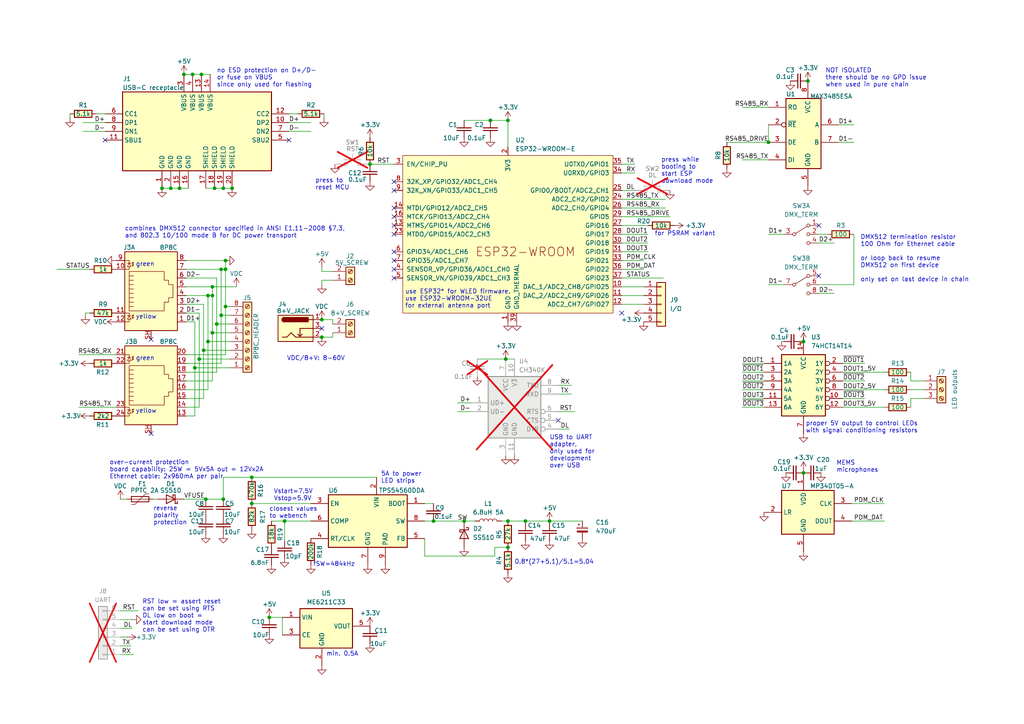
<source format=kicad_sch>
(kicad_sch (version 20230121) (generator eeschema)

  (uuid 43fc3289-82a7-492c-a423-3030e10115dc)

  (paper "A4")

  (title_block
    (title "WLED chain")
    (date "$date$")
    (rev "$version$.$revision$")
    (company "CuVoodoo")
    (comment 1 "King Kévin")
    (comment 2 "CERN-OHL-S")
  )

  

  (junction (at 134.62 151.13) (diameter 0) (color 0 0 0 0)
    (uuid 0376011b-d212-4dce-be3e-dda3b664a3a5)
  )
  (junction (at 64.135 78.105) (diameter 0) (color 0 0 0 0)
    (uuid 0860b75b-5101-41b5-9298-95b613d86a3c)
  )
  (junction (at 73.025 146.05) (diameter 0) (color 0 0 0 0)
    (uuid 11077668-1ffc-4613-9737-aed56caad1eb)
  )
  (junction (at 59.055 101.6) (diameter 0) (color 0 0 0 0)
    (uuid 1b625c1a-00b0-460c-8a9a-7e9640c55555)
  )
  (junction (at 64.77 144.78) (diameter 0) (color 0 0 0 0)
    (uuid 1d95dcc9-fffc-4617-9d7a-98cfb4530ce5)
  )
  (junction (at 61.595 96.52) (diameter 0) (color 0 0 0 0)
    (uuid 28856ea2-76b6-4c83-974d-9814f01a9c32)
  )
  (junction (at 65.405 78.105) (diameter 0) (color 0 0 0 0)
    (uuid 2fc417f3-f53d-4a46-a264-bbedef3e3051)
  )
  (junction (at 61.595 83.185) (diameter 0) (color 0 0 0 0)
    (uuid 33290555-9231-438d-b9a1-481bfb333c4d)
  )
  (junction (at 159.385 151.13) (diameter 0) (color 0 0 0 0)
    (uuid 3524e0a0-2ca0-42ae-8333-55ab968e8e35)
  )
  (junction (at 78.105 179.07) (diameter 0) (color 0 0 0 0)
    (uuid 37bb24eb-150c-4513-af9c-87402a9ed892)
  )
  (junction (at 93.345 97.79) (diameter 0) (color 0 0 0 0)
    (uuid 39128519-bcd5-4e8b-a2c0-9cbb6e4ea4e7)
  )
  (junction (at 64.77 54.61) (diameter 0) (color 0 0 0 0)
    (uuid 394c8da9-03ae-417e-8211-41b0a315cc1c)
  )
  (junction (at 60.325 99.06) (diameter 0) (color 0 0 0 0)
    (uuid 3dd5f921-7604-42ba-ab32-725eaab3b8f0)
  )
  (junction (at 82.55 151.13) (diameter 0) (color 0 0 0 0)
    (uuid 3fbe8df4-4801-46d8-89da-c5b01bee7132)
  )
  (junction (at 58.42 21.59) (diameter 0) (color 0 0 0 0)
    (uuid 45b38e5d-ea51-4da7-89d0-ce1d0cfb7c46)
  )
  (junction (at 107.315 47.625) (diameter 0) (color 0 0 0 0)
    (uuid 46f928bd-b03a-4ba5-abca-9089efa93c80)
  )
  (junction (at 147.32 151.13) (diameter 0) (color 0 0 0 0)
    (uuid 4dc4c252-486c-4e6a-8768-0c2502395284)
  )
  (junction (at 55.88 21.59) (diameter 0) (color 0 0 0 0)
    (uuid 59f75d61-91a2-4d50-b824-f68aa2d96411)
  )
  (junction (at 49.53 54.61) (diameter 0) (color 0 0 0 0)
    (uuid 5e3c2358-7099-4ec9-a624-c9b03f437b85)
  )
  (junction (at 46.99 54.61) (diameter 0) (color 0 0 0 0)
    (uuid 65c41ebc-b40a-475f-a58b-f6e262a47490)
  )
  (junction (at 62.865 93.98) (diameter 0) (color 0 0 0 0)
    (uuid 68506e7d-f617-45a3-9451-93eef3aee881)
  )
  (junction (at 64.135 91.44) (diameter 0) (color 0 0 0 0)
    (uuid 686a31f0-4beb-4f0d-9776-eba2c4df8328)
  )
  (junction (at 146.685 104.14) (diameter 0) (color 0 0 0 0)
    (uuid 6a0ae66b-036d-4179-bb7d-73df23d99c59)
  )
  (junction (at 147.32 34.925) (diameter 0) (color 0 0 0 0)
    (uuid 70f03620-ea35-454a-bb86-9737ad52b427)
  )
  (junction (at 60.325 85.725) (diameter 0) (color 0 0 0 0)
    (uuid 714490d5-85c4-4f07-a7be-688f25e46ac9)
  )
  (junction (at 233.045 99.06) (diameter 0) (color 0 0 0 0)
    (uuid 71ae1d70-81e9-4228-a63f-246d56e14a62)
  )
  (junction (at 57.785 104.14) (diameter 0) (color 0 0 0 0)
    (uuid 8987a159-379e-4620-ba93-5812b2e7a6a0)
  )
  (junction (at 52.07 54.61) (diameter 0) (color 0 0 0 0)
    (uuid 8e2e9e8a-4105-483d-bc2d-1637bf0c04e9)
  )
  (junction (at 152.4 151.13) (diameter 0) (color 0 0 0 0)
    (uuid 8e6e2735-05e9-4a98-b47c-e48e5c46dd26)
  )
  (junction (at 62.23 54.61) (diameter 0) (color 0 0 0 0)
    (uuid 9149bc4f-9668-4740-a628-1ad0c560d705)
  )
  (junction (at 61.595 85.725) (diameter 0) (color 0 0 0 0)
    (uuid aac41452-e49a-4e42-9dcc-9239d8beff90)
  )
  (junction (at 147.32 158.75) (diameter 0) (color 0 0 0 0)
    (uuid b31b741c-b16b-4627-8d55-86dcf1239e67)
  )
  (junction (at 65.405 75.565) (diameter 0) (color 0 0 0 0)
    (uuid b8ac47b5-0a23-4990-b58a-a33e5adca940)
  )
  (junction (at 73.025 138.43) (diameter 0) (color 0 0 0 0)
    (uuid bded8e2d-0313-4604-a8f8-cd6af6a42277)
  )
  (junction (at 65.405 88.9) (diameter 0) (color 0 0 0 0)
    (uuid c17bc07f-c76a-45bc-9f5f-5c79bbf188bb)
  )
  (junction (at 67.31 54.61) (diameter 0) (color 0 0 0 0)
    (uuid c1bdabec-470a-4ca4-8830-5eaf036db204)
  )
  (junction (at 59.69 144.78) (diameter 0) (color 0 0 0 0)
    (uuid c84a6065-ab74-4479-9e65-e6d2ad8c0ca7)
  )
  (junction (at 142.24 34.925) (diameter 0) (color 0 0 0 0)
    (uuid c92d028f-20d7-43dd-953a-5e0fbaa5a597)
  )
  (junction (at 125.73 151.13) (diameter 0) (color 0 0 0 0)
    (uuid ca44b4ac-9d50-40db-9280-f5730019d1f1)
  )
  (junction (at 233.045 137.16) (diameter 0) (color 0 0 0 0)
    (uuid d96119e9-eafd-4a74-9b0f-2b4d2ba74bba)
  )
  (junction (at 56.515 106.68) (diameter 0) (color 0 0 0 0)
    (uuid debbfe59-8fed-4aed-8934-12e7f8f22281)
  )
  (junction (at 93.345 92.71) (diameter 0) (color 0 0 0 0)
    (uuid f15d591c-866f-42c0-abca-13f6864a5926)
  )
  (junction (at 234.315 23.495) (diameter 0) (color 0 0 0 0)
    (uuid f512bd62-5993-4cb1-b097-52b8530adb06)
  )
  (junction (at 222.885 41.275) (diameter 0) (color 0 0 0 0)
    (uuid f5f3e790-f67d-45bb-bcec-c70b1d8e2749)
  )
  (junction (at 53.34 21.59) (diameter 0) (color 0 0 0 0)
    (uuid ffb349d3-053e-4267-9f09-876877b313d3)
  )

  (no_connect (at 237.49 65.405) (uuid 0e0afa67-b7a8-47fa-8a56-83b025b67e6c))
  (no_connect (at 83.82 40.64) (uuid 1acded62-270d-4861-8204-7ea40207109d))
  (no_connect (at 114.3 75.565) (uuid 35d50e0d-5cc0-4a8a-aa9d-db2d58ee276b))
  (no_connect (at 114.3 67.945) (uuid 5437ebd6-3f5f-474c-8337-b5d607caa556))
  (no_connect (at 114.3 55.245) (uuid 54d29d29-cdd6-4825-b00c-d09e75ce0af7))
  (no_connect (at 161.925 121.92) (uuid 586892b8-1964-4946-b940-85d5b7c80db4))
  (no_connect (at 114.3 62.865) (uuid 5b8615f1-0196-4e49-b1e8-e31de4ff6fdb))
  (no_connect (at 43.815 98.425) (uuid 660536bc-1378-4a67-b639-1acb0dea0aec))
  (no_connect (at 237.49 80.01) (uuid 6a8b4a8d-c63e-4bf8-b2b9-6f650b3f4709))
  (no_connect (at 180.34 90.805) (uuid 751cb647-2f6e-4348-9ca7-3eaf9735f0da))
  (no_connect (at 114.3 60.325) (uuid 8093e59a-4487-4f11-a142-c56b094e25cd))
  (no_connect (at 114.3 78.105) (uuid 851609c9-fd3b-447d-9acf-8766b634e949))
  (no_connect (at 114.3 52.705) (uuid 8f805e52-2a3e-4102-b083-afbe30af71e6))
  (no_connect (at 93.345 95.25) (uuid b3f58264-5ea5-4fd1-85ea-04d4ec2b111f))
  (no_connect (at 30.48 40.64) (uuid c07631ca-81b1-418b-bf83-7375c5586f75))
  (no_connect (at 114.3 65.405) (uuid cd6321f4-18dc-447e-a540-b21d9600fd14))
  (no_connect (at 114.3 80.645) (uuid ddcfe5c5-8f89-438b-ab8f-f0bbe4a79442))
  (no_connect (at 43.815 125.73) (uuid f14fde20-ed3f-42a0-a689-09b5c9b8cd21))
  (no_connect (at 114.3 73.025) (uuid f296eba0-e3f9-49f1-a710-3a9696ef41ab))

  (wire (pts (xy 56.515 93.345) (xy 56.515 106.68))
    (stroke (width 0) (type default))
    (uuid 002103b4-45e0-435a-918d-3119a7a79a25)
  )
  (wire (pts (xy 232.41 99.06) (xy 233.045 99.06))
    (stroke (width 0) (type default))
    (uuid 03250f7b-d3df-4f04-bfcb-18db6a3342a4)
  )
  (wire (pts (xy 161.925 119.38) (xy 166.751 119.38))
    (stroke (width 0) (type default))
    (uuid 03a396ec-1271-43fe-8e7d-523ca992ee52)
  )
  (wire (pts (xy 59.69 144.78) (xy 64.77 144.78))
    (stroke (width 0) (type default))
    (uuid 04f0039d-c438-4d4e-90b2-0bed47573021)
  )
  (wire (pts (xy 53.975 90.805) (xy 57.785 90.805))
    (stroke (width 0) (type default))
    (uuid 051475e1-6374-4e5f-a5e7-e67793c0bf67)
  )
  (wire (pts (xy 267.97 110.49) (xy 264.16 110.49))
    (stroke (width 0) (type default))
    (uuid 056aafd1-8cc7-4e6d-b336-78a6c0b6238e)
  )
  (wire (pts (xy 78.74 151.13) (xy 82.55 151.13))
    (stroke (width 0) (type default))
    (uuid 058ec47f-5c32-475c-be0f-80f32987f9ec)
  )
  (wire (pts (xy 65.405 102.87) (xy 65.405 88.9))
    (stroke (width 0) (type default))
    (uuid 069563a9-489f-4e92-a63d-26f5af390399)
  )
  (wire (pts (xy 83.82 38.1) (xy 90.17 38.1))
    (stroke (width 0) (type default))
    (uuid 06d459ca-2688-4727-bc53-b2fcc534f578)
  )
  (wire (pts (xy 134.62 34.925) (xy 142.24 34.925))
    (stroke (width 0) (type default))
    (uuid 0a4bfdc7-74ee-4475-9c38-2d85b7d63074)
  )
  (wire (pts (xy 93.345 81.28) (xy 93.345 82.55))
    (stroke (width 0) (type default))
    (uuid 0aa45d3c-f8a0-4ef3-b243-55e5a85842ab)
  )
  (wire (pts (xy 107.315 47.625) (xy 114.3 47.625))
    (stroke (width 0) (type default))
    (uuid 0ca8c487-9605-492e-bd76-cbf352989329)
  )
  (wire (pts (xy 187.96 65.405) (xy 180.34 65.405))
    (stroke (width 0) (type default))
    (uuid 0d14b58c-58e0-4ad8-ada6-3407bec67112)
  )
  (wire (pts (xy 125.73 146.05) (xy 123.19 146.05))
    (stroke (width 0) (type default))
    (uuid 0f039cae-d7ca-4da0-a9b7-2659bed766ad)
  )
  (wire (pts (xy 237.49 70.485) (xy 241.935 70.485))
    (stroke (width 0) (type default))
    (uuid 0fddeae9-9bdc-42db-80e6-713f032ce773)
  )
  (wire (pts (xy 53.975 93.345) (xy 56.515 93.345))
    (stroke (width 0) (type default))
    (uuid 1106b029-aa8f-4f9f-b4f9-9ac282db1e9f)
  )
  (wire (pts (xy 55.88 21.59) (xy 58.42 21.59))
    (stroke (width 0) (type default))
    (uuid 1389b3af-a0bc-4907-85cd-d8b673ead4ba)
  )
  (wire (pts (xy 22.86 102.87) (xy 33.655 102.87))
    (stroke (width 0) (type default))
    (uuid 141a8965-de4e-446c-806a-01890522f9e8)
  )
  (wire (pts (xy 73.025 146.05) (xy 90.17 146.05))
    (stroke (width 0) (type default))
    (uuid 146f46aa-235f-4edd-b4a8-d9f5c31c0068)
  )
  (wire (pts (xy 61.595 83.185) (xy 61.595 85.725))
    (stroke (width 0) (type default))
    (uuid 169ebfc5-7c37-44f8-85a1-1063c99d73a8)
  )
  (wire (pts (xy 64.77 138.43) (xy 73.025 138.43))
    (stroke (width 0) (type default))
    (uuid 1aa19f33-12f7-4465-b60f-ac27c414b105)
  )
  (wire (pts (xy 49.53 54.61) (xy 52.07 54.61))
    (stroke (width 0) (type default))
    (uuid 1be3e205-6ef8-4884-9040-209572bccb0d)
  )
  (wire (pts (xy 264.16 110.49) (xy 264.16 107.95))
    (stroke (width 0) (type default))
    (uuid 1c062aed-3dd5-4ca2-9173-d0644c63b66f)
  )
  (wire (pts (xy 78.105 179.07) (xy 81.915 179.07))
    (stroke (width 0) (type default))
    (uuid 2052c508-ed36-48a5-a43f-ebd584e3414f)
  )
  (wire (pts (xy 59.055 88.265) (xy 59.055 101.6))
    (stroke (width 0) (type default))
    (uuid 206774a6-322d-468d-9e13-5fe50597a2d4)
  )
  (wire (pts (xy 64.77 138.43) (xy 64.77 144.78))
    (stroke (width 0) (type default))
    (uuid 21eaa847-5b15-4550-83c7-a254c9e2275f)
  )
  (wire (pts (xy 145.415 151.13) (xy 147.32 151.13))
    (stroke (width 0) (type default))
    (uuid 2295f412-d8c2-4b47-8a34-e8635c82840b)
  )
  (wire (pts (xy 93.98 34.29) (xy 93.98 33.02))
    (stroke (width 0) (type default))
    (uuid 2364c9de-33c6-4aea-b9c2-3060fff80519)
  )
  (wire (pts (xy 180.34 73.025) (xy 187.96 73.025))
    (stroke (width 0) (type default))
    (uuid 24a5ad9c-76a4-4399-82c5-42f2acea9f4c)
  )
  (wire (pts (xy 56.515 106.68) (xy 66.675 106.68))
    (stroke (width 0) (type default))
    (uuid 24b8433c-8bb8-4488-a673-cdec42b49fec)
  )
  (wire (pts (xy 53.975 75.565) (xy 65.405 75.565))
    (stroke (width 0) (type default))
    (uuid 264056f6-e207-439d-839c-62522a6e45de)
  )
  (wire (pts (xy 180.34 47.625) (xy 184.15 47.625))
    (stroke (width 0) (type default))
    (uuid 264436f4-1e26-4dcb-9a58-311613425f2e)
  )
  (wire (pts (xy 24.13 38.1) (xy 30.48 38.1))
    (stroke (width 0) (type default))
    (uuid 27a581f5-f8c8-4253-bcf5-721842294efa)
  )
  (wire (pts (xy 264.16 115.57) (xy 264.16 118.11))
    (stroke (width 0) (type default))
    (uuid 2946f352-498d-4c8b-9703-ea14701d205c)
  )
  (wire (pts (xy 267.97 115.57) (xy 264.16 115.57))
    (stroke (width 0) (type default))
    (uuid 2b9c740d-8eee-4fc2-ad54-175f4945380e)
  )
  (wire (pts (xy 82.55 151.13) (xy 82.55 156.845))
    (stroke (width 0) (type default))
    (uuid 2bfd842f-f98e-4316-abda-b554d2d5025a)
  )
  (wire (pts (xy 215.265 110.49) (xy 221.615 110.49))
    (stroke (width 0) (type default))
    (uuid 2d907792-bf9e-44f2-a125-046ebbe8c44b)
  )
  (wire (pts (xy 215.265 105.41) (xy 221.615 105.41))
    (stroke (width 0) (type default))
    (uuid 2f5f369a-83f0-4784-bb4f-d1edee6a3aa3)
  )
  (wire (pts (xy 215.265 118.11) (xy 221.615 118.11))
    (stroke (width 0) (type default))
    (uuid 2fb9f947-80ca-44af-98a2-57443c12f43a)
  )
  (wire (pts (xy 65.405 75.565) (xy 65.405 78.105))
    (stroke (width 0) (type default))
    (uuid 3280bf03-485f-4b0d-9031-5a3ae10f4e56)
  )
  (wire (pts (xy 62.865 93.98) (xy 62.865 80.645))
    (stroke (width 0) (type default))
    (uuid 32c92d08-2c41-48cf-9c2f-45f06fde6248)
  )
  (wire (pts (xy 146.685 104.14) (xy 149.225 104.14))
    (stroke (width 0) (type default))
    (uuid 3351d5b6-4fd2-4dbc-9de7-044b7b659184)
  )
  (wire (pts (xy 93.345 92.71) (xy 96.52 92.71))
    (stroke (width 0) (type default))
    (uuid 35292ac4-78f1-45b2-9559-23c79e2be1b7)
  )
  (wire (pts (xy 222.885 82.55) (xy 227.33 82.55))
    (stroke (width 0) (type default))
    (uuid 375199b6-15f2-43a5-ae25-cd1f89612d47)
  )
  (wire (pts (xy 82.55 151.13) (xy 90.17 151.13))
    (stroke (width 0) (type default))
    (uuid 389a8805-69a7-4cef-ab0a-0c3f708132d6)
  )
  (wire (pts (xy 24.13 35.56) (xy 30.48 35.56))
    (stroke (width 0) (type default))
    (uuid 39999240-8225-4836-8d58-682d3289b23c)
  )
  (wire (pts (xy 61.595 85.725) (xy 61.595 96.52))
    (stroke (width 0) (type default))
    (uuid 3a2e3593-5e9e-4927-9b4d-3578f4e63afc)
  )
  (wire (pts (xy 180.34 62.865) (xy 194.31 62.865))
    (stroke (width 0) (type default))
    (uuid 3a9edd75-658e-449b-8d99-18d00ac2e59f)
  )
  (wire (pts (xy 62.865 107.95) (xy 62.865 93.98))
    (stroke (width 0) (type default))
    (uuid 3ab6de33-0650-4eb0-89a3-91e826ed1ea7)
  )
  (wire (pts (xy 210.82 41.275) (xy 222.885 41.275))
    (stroke (width 0) (type default))
    (uuid 3c409d47-c126-498a-ab4a-2fdf02e1bee5)
  )
  (wire (pts (xy 215.265 113.03) (xy 221.615 113.03))
    (stroke (width 0) (type default))
    (uuid 3ce880f9-00f8-4296-8bc0-d4482687aba1)
  )
  (wire (pts (xy 152.4 151.13) (xy 159.385 151.13))
    (stroke (width 0) (type default))
    (uuid 3ddd872b-f582-451e-86b3-d2b744358e37)
  )
  (wire (pts (xy 180.34 75.565) (xy 186.69 75.565))
    (stroke (width 0) (type default))
    (uuid 3e342beb-db56-47f1-98ea-38eca78af45f)
  )
  (wire (pts (xy 34.925 187.325) (xy 37.973 187.325))
    (stroke (width 0) (type default))
    (uuid 3e443ae8-97a0-4936-b5e3-ac537f528c74)
  )
  (wire (pts (xy 247.65 82.55) (xy 247.65 67.945))
    (stroke (width 0) (type default))
    (uuid 3f632224-ed2d-4c79-a82e-147d3d8fb207)
  )
  (wire (pts (xy 53.975 102.87) (xy 65.405 102.87))
    (stroke (width 0) (type default))
    (uuid 4014d0b7-af7d-4012-b607-98817d0d682d)
  )
  (wire (pts (xy 53.975 78.105) (xy 64.135 78.105))
    (stroke (width 0) (type default))
    (uuid 41a4076a-3d4c-4bc4-85b6-06ff782c180c)
  )
  (wire (pts (xy 125.73 151.13) (xy 134.62 151.13))
    (stroke (width 0) (type default))
    (uuid 479a46b4-e19a-43b8-b221-07a863ed9055)
  )
  (wire (pts (xy 180.34 80.645) (xy 192.405 80.645))
    (stroke (width 0) (type default))
    (uuid 49a99168-e4f3-4dc0-b4c0-e63cd97919c3)
  )
  (wire (pts (xy 46.99 54.61) (xy 49.53 54.61))
    (stroke (width 0) (type default))
    (uuid 4b7493dc-6b85-4175-8b4a-0c3dc6b4c6eb)
  )
  (wire (pts (xy 147.32 34.925) (xy 142.24 34.925))
    (stroke (width 0) (type default))
    (uuid 4ba9e286-0676-448c-9043-8acf79655b8d)
  )
  (wire (pts (xy 96.52 92.71) (xy 96.52 93.98))
    (stroke (width 0) (type default))
    (uuid 4e7f7c93-22af-412d-9661-9730b5716491)
  )
  (wire (pts (xy 20.32 34.29) (xy 20.32 33.02))
    (stroke (width 0) (type default))
    (uuid 500662d0-339c-49fa-9abd-3a5f9ea28a15)
  )
  (wire (pts (xy 24.765 91.44) (xy 24.765 90.805))
    (stroke (width 0) (type default))
    (uuid 52bf3385-9551-437c-910e-91e96cca09e0)
  )
  (wire (pts (xy 34.925 144.78) (xy 36.83 144.78))
    (stroke (width 0) (type default))
    (uuid 53a96e04-c5b0-40ac-914a-5336160ffb3c)
  )
  (wire (pts (xy 237.49 82.55) (xy 247.65 82.55))
    (stroke (width 0) (type default))
    (uuid 55b6d5a0-598b-4ad4-9f3a-ea24ac7e6813)
  )
  (wire (pts (xy 180.34 70.485) (xy 187.96 70.485))
    (stroke (width 0) (type default))
    (uuid 55c8b240-695c-472a-be43-29ce58c9f24d)
  )
  (wire (pts (xy 243.205 41.275) (xy 247.65 41.275))
    (stroke (width 0) (type default))
    (uuid 57acfc4b-8718-434e-b67b-93efa6b031a4)
  )
  (wire (pts (xy 59.055 101.6) (xy 66.675 101.6))
    (stroke (width 0) (type default))
    (uuid 5c8736bf-0245-4247-b68b-2f652cde3952)
  )
  (wire (pts (xy 93.345 77.47) (xy 93.345 78.74))
    (stroke (width 0) (type default))
    (uuid 5c88ebb5-ff9d-4f9d-9866-5d90d91463db)
  )
  (wire (pts (xy 73.025 138.43) (xy 109.22 138.43))
    (stroke (width 0) (type default))
    (uuid 5f13737b-2fbb-4d95-8837-d4ed5d488d95)
  )
  (wire (pts (xy 56.515 106.68) (xy 56.515 120.65))
    (stroke (width 0) (type default))
    (uuid 5ff32328-2565-47a7-b27b-832c60393611)
  )
  (wire (pts (xy 52.07 54.61) (xy 54.61 54.61))
    (stroke (width 0) (type default))
    (uuid 60ad992d-2651-4c38-ae63-1a5324bdde8c)
  )
  (wire (pts (xy 215.265 31.115) (xy 222.885 31.115))
    (stroke (width 0) (type default))
    (uuid 62274011-e16b-47fc-bbcd-7806b50ea2cc)
  )
  (wire (pts (xy 64.135 78.105) (xy 64.135 91.44))
    (stroke (width 0) (type default))
    (uuid 62d76d46-4815-4883-8110-7facd7f1bdbf)
  )
  (wire (pts (xy 53.975 105.41) (xy 64.135 105.41))
    (stroke (width 0) (type default))
    (uuid 63b0b69c-077a-4647-acdc-55f1c61fbd18)
  )
  (wire (pts (xy 138.43 104.14) (xy 146.685 104.14))
    (stroke (width 0) (type default))
    (uuid 65acc875-d440-46d2-9d5b-409d219b30f8)
  )
  (wire (pts (xy 53.975 88.265) (xy 59.055 88.265))
    (stroke (width 0) (type default))
    (uuid 66687a8a-c10f-4f50-b5a8-45c615246613)
  )
  (wire (pts (xy 180.34 85.725) (xy 186.69 85.725))
    (stroke (width 0) (type default))
    (uuid 6840e0a3-3e50-477a-9ea1-9e5abad84f7d)
  )
  (wire (pts (xy 243.205 36.195) (xy 247.65 36.195))
    (stroke (width 0) (type default))
    (uuid 69ac1103-811a-4af1-b0f7-a818e68e3b67)
  )
  (wire (pts (xy 60.325 85.725) (xy 61.595 85.725))
    (stroke (width 0) (type default))
    (uuid 6a32a3a8-bbc7-4193-9d62-ce5542fa261e)
  )
  (wire (pts (xy 53.975 80.645) (xy 62.865 80.645))
    (stroke (width 0) (type default))
    (uuid 6b573eca-3af9-448c-a986-1e89e8027b05)
  )
  (wire (pts (xy 16.51 78.105) (xy 26.035 78.105))
    (stroke (width 0) (type default))
    (uuid 6b5e98de-2b07-4249-be2f-fbc4a9b38cc0)
  )
  (wire (pts (xy 215.265 107.95) (xy 221.615 107.95))
    (stroke (width 0) (type default))
    (uuid 6bb0355a-7194-42cd-8743-5d1fd046c0d7)
  )
  (wire (pts (xy 143.51 161.29) (xy 143.51 158.75))
    (stroke (width 0) (type default))
    (uuid 6c406785-9b63-437b-85bd-6fd830ddf7f5)
  )
  (wire (pts (xy 64.135 91.44) (xy 66.675 91.44))
    (stroke (width 0) (type default))
    (uuid 6dc0ee6a-6108-48cc-bca9-ac515f20c60b)
  )
  (wire (pts (xy 58.42 21.59) (xy 60.96 21.59))
    (stroke (width 0) (type default))
    (uuid 6e4cd71a-4708-42ee-a04c-7df540b347fb)
  )
  (wire (pts (xy 159.385 151.765) (xy 159.385 151.13))
    (stroke (width 0) (type default))
    (uuid 71aec16c-adaa-4370-b1c0-49b469dd48ab)
  )
  (wire (pts (xy 161.925 114.3) (xy 165.735 114.3))
    (stroke (width 0) (type default))
    (uuid 71f09b2f-38f1-45c9-980c-d82ff64472c5)
  )
  (wire (pts (xy 53.975 107.95) (xy 62.865 107.95))
    (stroke (width 0) (type default))
    (uuid 723caeb2-2b5a-4ef0-aa75-7464424147c7)
  )
  (wire (pts (xy 161.925 124.46) (xy 165.1 124.46))
    (stroke (width 0) (type default))
    (uuid 75773629-74e5-422e-8b29-28e9cc866bf6)
  )
  (wire (pts (xy 244.475 110.49) (xy 250.825 110.49))
    (stroke (width 0) (type default))
    (uuid 772c6b3a-2bcf-4fba-acfa-100a667be38c)
  )
  (wire (pts (xy 24.765 90.805) (xy 26.035 90.805))
    (stroke (width 0) (type default))
    (uuid 7798f4b7-9628-48d6-abb6-8b454010e614)
  )
  (wire (pts (xy 57.785 104.14) (xy 57.785 118.11))
    (stroke (width 0) (type default))
    (uuid 78aa215d-a29a-463a-803f-e77a9e547a24)
  )
  (wire (pts (xy 64.135 91.44) (xy 64.135 105.41))
    (stroke (width 0) (type default))
    (uuid 78c656b9-77dc-4e7b-9870-f038f2bb569a)
  )
  (wire (pts (xy 244.475 105.41) (xy 250.825 105.41))
    (stroke (width 0) (type default))
    (uuid 79c2274e-d4ca-46d6-b6da-ffa5ad467205)
  )
  (wire (pts (xy 34.925 177.165) (xy 40.005 177.165))
    (stroke (width 0) (type default))
    (uuid 7a6c0389-b301-4bb8-9525-50285b17e36e)
  )
  (wire (pts (xy 237.49 67.945) (xy 240.03 67.945))
    (stroke (width 0) (type default))
    (uuid 7ac4a357-a579-49a1-ad40-84ae0573c544)
  )
  (wire (pts (xy 56.515 120.65) (xy 53.975 120.65))
    (stroke (width 0) (type default))
    (uuid 7b8845d7-6458-4741-910e-c16c58aa85c7)
  )
  (wire (pts (xy 57.785 104.14) (xy 66.675 104.14))
    (stroke (width 0) (type default))
    (uuid 7c592e1a-879d-4b57-b616-84b66b49d86f)
  )
  (wire (pts (xy 86.36 33.02) (xy 83.82 33.02))
    (stroke (width 0) (type default))
    (uuid 7cdb0db8-27e6-43e2-bead-87596d3242ef)
  )
  (wire (pts (xy 68.58 83.185) (xy 61.595 83.185))
    (stroke (width 0) (type default))
    (uuid 7d4f7c94-8577-4ef8-a3b9-33323c498538)
  )
  (wire (pts (xy 123.19 161.29) (xy 123.19 156.21))
    (stroke (width 0) (type default))
    (uuid 7e8e620e-2d5e-4557-bd6e-13b9e8080594)
  )
  (wire (pts (xy 65.405 78.105) (xy 65.405 88.9))
    (stroke (width 0) (type default))
    (uuid 8015a6c0-dc52-4fab-8b6f-475bd5270b47)
  )
  (wire (pts (xy 36.83 184.785) (xy 34.925 184.785))
    (stroke (width 0) (type default))
    (uuid 80390fac-b280-4f86-b93b-65a34941c052)
  )
  (wire (pts (xy 143.51 158.75) (xy 147.32 158.75))
    (stroke (width 0) (type default))
    (uuid 812e19d8-ee40-4f42-8300-44d35f85ec5d)
  )
  (wire (pts (xy 65.405 78.105) (xy 64.135 78.105))
    (stroke (width 0) (type default))
    (uuid 81469471-2566-4669-80f2-4eba7afe8848)
  )
  (wire (pts (xy 61.595 96.52) (xy 66.675 96.52))
    (stroke (width 0) (type default))
    (uuid 82a7c5c7-58cb-4919-ab90-6a10ece93f5d)
  )
  (wire (pts (xy 132.715 116.84) (xy 136.525 116.84))
    (stroke (width 0) (type default))
    (uuid 834cdd19-7114-400f-a4bf-59ca818ac44c)
  )
  (wire (pts (xy 222.885 36.195) (xy 222.885 41.275))
    (stroke (width 0) (type default))
    (uuid 85e9ff9e-4f11-4590-9588-b76216258343)
  )
  (wire (pts (xy 53.975 115.57) (xy 59.055 115.57))
    (stroke (width 0) (type default))
    (uuid 89e74306-8933-4dc5-84b3-b39acdb8b963)
  )
  (wire (pts (xy 53.975 113.03) (xy 60.325 113.03))
    (stroke (width 0) (type default))
    (uuid 8cad4d8d-13e5-40e1-a328-4faff9d7e6a6)
  )
  (wire (pts (xy 180.34 67.945) (xy 187.96 67.945))
    (stroke (width 0) (type default))
    (uuid 8d2230fe-1ee0-47f1-b3bc-1f957ce36b43)
  )
  (wire (pts (xy 237.49 85.09) (xy 241.935 85.09))
    (stroke (width 0) (type default))
    (uuid 8d644996-2e88-4f52-9063-45117b9b9f09)
  )
  (wire (pts (xy 22.86 118.11) (xy 33.655 118.11))
    (stroke (width 0) (type default))
    (uuid 8e9e034c-d062-4f00-a2e6-5f9c1668333d)
  )
  (wire (pts (xy 132.715 119.38) (xy 136.525 119.38))
    (stroke (width 0) (type default))
    (uuid 95223a47-ee5d-41d6-b2aa-be3b69dd907d)
  )
  (wire (pts (xy 93.345 78.74) (xy 96.52 78.74))
    (stroke (width 0) (type default))
    (uuid 9954edb6-6549-4d10-b272-4891e4764b25)
  )
  (wire (pts (xy 180.34 83.185) (xy 186.69 83.185))
    (stroke (width 0) (type default))
    (uuid 9a023505-784e-4bee-ab8e-2a09fc9eeeeb)
  )
  (wire (pts (xy 64.77 54.61) (xy 67.31 54.61))
    (stroke (width 0) (type default))
    (uuid 9c04d96d-fbf1-4691-9914-0d950061fa87)
  )
  (wire (pts (xy 96.52 97.79) (xy 96.52 96.52))
    (stroke (width 0) (type default))
    (uuid 9c751963-07e4-45fc-9e9e-45164e7ba81e)
  )
  (wire (pts (xy 233.045 136.525) (xy 233.045 137.16))
    (stroke (width 0) (type default))
    (uuid 9d03ee9c-da0b-4f4d-8fba-492c23a28dfc)
  )
  (wire (pts (xy 180.34 88.265) (xy 186.69 88.265))
    (stroke (width 0) (type default))
    (uuid a014eaaa-ce3f-4f86-bdb7-f782202dfee3)
  )
  (wire (pts (xy 244.475 113.03) (xy 256.54 113.03))
    (stroke (width 0) (type default))
    (uuid a284495a-da75-448d-a17b-7aef087c2864)
  )
  (wire (pts (xy 81.915 184.15) (xy 81.915 179.07))
    (stroke (width 0) (type default))
    (uuid a2b1a2fc-539a-4734-a0e8-951eb52b62f1)
  )
  (wire (pts (xy 62.23 54.61) (xy 64.77 54.61))
    (stroke (width 0) (type default))
    (uuid a5e686d8-e679-4a01-9852-de961118878f)
  )
  (wire (pts (xy 59.055 101.6) (xy 59.055 115.57))
    (stroke (width 0) (type default))
    (uuid a6a22ef5-c887-49d8-95ea-ec22459a47ee)
  )
  (wire (pts (xy 38.354 179.705) (xy 34.925 179.705))
    (stroke (width 0) (type default))
    (uuid a727b484-f2b2-489e-b93b-66479ec7a763)
  )
  (wire (pts (xy 222.885 67.945) (xy 227.33 67.945))
    (stroke (width 0) (type default))
    (uuid aa54d387-01c2-4af5-952a-cd1fc82efc00)
  )
  (wire (pts (xy 244.475 115.57) (xy 250.825 115.57))
    (stroke (width 0) (type default))
    (uuid ac5e3af6-a1b6-44f6-b88b-85e8c1c51b44)
  )
  (wire (pts (xy 59.69 54.61) (xy 62.23 54.61))
    (stroke (width 0) (type default))
    (uuid aca5203d-5922-458a-931a-b3e8bebe5edb)
  )
  (wire (pts (xy 244.475 118.11) (xy 256.54 118.11))
    (stroke (width 0) (type default))
    (uuid ada554c0-0ede-40e0-b21c-ab8cdc2d74fc)
  )
  (wire (pts (xy 34.925 182.245) (xy 38.354 182.245))
    (stroke (width 0) (type default))
    (uuid b2070db6-2cd5-4539-97ad-9003e41f84f2)
  )
  (wire (pts (xy 233.045 99.06) (xy 233.045 97.79))
    (stroke (width 0) (type default))
    (uuid b36d45a2-1eee-4ca8-96ca-b41de63a5370)
  )
  (wire (pts (xy 83.82 35.56) (xy 90.17 35.56))
    (stroke (width 0) (type default))
    (uuid bdb4dc57-7d75-45ae-936e-9f79c48e6ff0)
  )
  (wire (pts (xy 53.975 85.725) (xy 60.325 85.725))
    (stroke (width 0) (type default))
    (uuid bdfb9fed-a4ec-4a70-be56-60436bbb913c)
  )
  (wire (pts (xy 123.19 161.29) (xy 143.51 161.29))
    (stroke (width 0) (type default))
    (uuid bf016395-db56-4bc9-88d0-06e51cf4f252)
  )
  (wire (pts (xy 147.32 34.925) (xy 147.32 42.545))
    (stroke (width 0) (type default))
    (uuid c0bc6168-d553-4199-ad34-41a40b509894)
  )
  (wire (pts (xy 27.94 33.02) (xy 30.48 33.02))
    (stroke (width 0) (type default))
    (uuid c2e90c35-4140-404e-86f0-60acd4ac2dc3)
  )
  (wire (pts (xy 180.34 55.245) (xy 184.15 55.245))
    (stroke (width 0) (type default))
    (uuid c31a2c2c-d17c-431a-8d76-afd00402c46a)
  )
  (wire (pts (xy 60.325 99.06) (xy 60.325 113.03))
    (stroke (width 0) (type default))
    (uuid c470092e-0b1b-453e-9dfe-fcfa907a5f87)
  )
  (wire (pts (xy 161.925 111.76) (xy 165.735 111.76))
    (stroke (width 0) (type default))
    (uuid c4c38499-6eec-4008-97ef-f4ace32be926)
  )
  (wire (pts (xy 152.4 151.765) (xy 152.4 151.13))
    (stroke (width 0) (type default))
    (uuid c50c4f4c-481d-4aa7-a946-ad1584277953)
  )
  (wire (pts (xy 180.34 50.165) (xy 184.15 50.165))
    (stroke (width 0) (type default))
    (uuid c646ab6d-1c62-46fd-aee3-fd08520a690f)
  )
  (wire (pts (xy 34.925 189.865) (xy 38.735 189.865))
    (stroke (width 0) (type default))
    (uuid c7344cf9-8741-4e0f-8a88-5a2e59311a01)
  )
  (wire (pts (xy 53.34 144.78) (xy 59.69 144.78))
    (stroke (width 0) (type default))
    (uuid c7bf1bcb-3835-4d1b-b67c-350b15626caa)
  )
  (wire (pts (xy 60.325 99.06) (xy 66.675 99.06))
    (stroke (width 0) (type default))
    (uuid c97672fc-89e7-4941-be2e-f0f2c138be66)
  )
  (wire (pts (xy 159.385 151.13) (xy 168.91 151.13))
    (stroke (width 0) (type default))
    (uuid c9cd4792-5847-45d5-8cf7-bd3adb5b5322)
  )
  (wire (pts (xy 215.265 46.355) (xy 222.885 46.355))
    (stroke (width 0) (type default))
    (uuid ca153699-d63b-4d3b-b173-41bbf3316ddb)
  )
  (wire (pts (xy 134.62 151.13) (xy 137.795 151.13))
    (stroke (width 0) (type default))
    (uuid cb1b1240-c9d4-4f13-8d9e-0338d942814a)
  )
  (wire (pts (xy 147.32 151.13) (xy 152.4 151.13))
    (stroke (width 0) (type default))
    (uuid cba7046d-6986-4727-b9eb-295929524f8b)
  )
  (wire (pts (xy 227.33 99.06) (xy 226.695 99.06))
    (stroke (width 0) (type default))
    (uuid d08d7a9e-01db-4f5b-b5fc-e7d26c8df871)
  )
  (wire (pts (xy 247.015 146.05) (xy 256.54 146.05))
    (stroke (width 0) (type default))
    (uuid d08f92b8-fdca-4d11-ba26-e5e99d55bf1d)
  )
  (wire (pts (xy 180.34 60.325) (xy 193.04 60.325))
    (stroke (width 0) (type default))
    (uuid d0abfe52-b36b-4c08-8b7d-51fcfff82fb6)
  )
  (wire (pts (xy 53.975 118.11) (xy 57.785 118.11))
    (stroke (width 0) (type default))
    (uuid d21172f3-08e3-4bbe-9ec2-e10a46961bc1)
  )
  (wire (pts (xy 53.975 110.49) (xy 61.595 110.49))
    (stroke (width 0) (type default))
    (uuid d5b6ec3d-1169-4815-8177-df5018aab1a2)
  )
  (wire (pts (xy 61.595 96.52) (xy 61.595 110.49))
    (stroke (width 0) (type default))
    (uuid df073a6e-3d2a-4fae-97ee-bc601484a3e5)
  )
  (wire (pts (xy 53.975 83.185) (xy 61.595 83.185))
    (stroke (width 0) (type default))
    (uuid e0341e70-7e33-443f-bba2-2d3ee4a30440)
  )
  (wire (pts (xy 93.345 81.28) (xy 96.52 81.28))
    (stroke (width 0) (type default))
    (uuid e1314c5d-03c5-4356-8b6b-852663b140fc)
  )
  (wire (pts (xy 125.73 151.13) (xy 123.19 151.13))
    (stroke (width 0) (type default))
    (uuid e44936c7-c628-4c0f-a5e8-39e535153b03)
  )
  (wire (pts (xy 247.015 151.13) (xy 256.54 151.13))
    (stroke (width 0) (type default))
    (uuid ea5ca690-aaea-4193-8c18-3885f0f8db44)
  )
  (wire (pts (xy 44.45 144.78) (xy 45.72 144.78))
    (stroke (width 0) (type default))
    (uuid eb83a95b-71c8-440f-abb2-4ef9029a5814)
  )
  (wire (pts (xy 215.265 115.57) (xy 221.615 115.57))
    (stroke (width 0) (type default))
    (uuid ec12bab6-b73e-4058-b23c-6402c9f0600d)
  )
  (wire (pts (xy 57.785 90.805) (xy 57.785 104.14))
    (stroke (width 0) (type default))
    (uuid ec79ee47-9ab7-4fad-b03e-7a86f6fc74d8)
  )
  (wire (pts (xy 264.16 113.03) (xy 267.97 113.03))
    (stroke (width 0) (type default))
    (uuid ecc6f481-e49b-4004-9e1b-6124bbad6974)
  )
  (wire (pts (xy 180.34 78.105) (xy 186.69 78.105))
    (stroke (width 0) (type default))
    (uuid ee07413c-d892-4398-8671-207c6999daf4)
  )
  (wire (pts (xy 244.475 107.95) (xy 256.54 107.95))
    (stroke (width 0) (type default))
    (uuid f0bc1a18-8432-4352-8e10-c70f4ba87ba9)
  )
  (wire (pts (xy 60.325 85.725) (xy 60.325 99.06))
    (stroke (width 0) (type default))
    (uuid f76c8211-e349-4984-b047-a6c9493d7394)
  )
  (wire (pts (xy 53.34 21.59) (xy 55.88 21.59))
    (stroke (width 0) (type default))
    (uuid f88a39f0-a72d-4b68-a646-548baa36a0bc)
  )
  (wire (pts (xy 180.34 57.785) (xy 193.04 57.785))
    (stroke (width 0) (type default))
    (uuid f90359ed-5015-42b4-a09c-430bb6c46e5d)
  )
  (wire (pts (xy 62.865 93.98) (xy 66.675 93.98))
    (stroke (width 0) (type default))
    (uuid fb630a17-e131-4610-9815-65ee09c1676a)
  )
  (wire (pts (xy 65.405 88.9) (xy 66.675 88.9))
    (stroke (width 0) (type default))
    (uuid fbc0af4e-68e4-4b02-8021-14e0cefbcbb9)
  )
  (wire (pts (xy 93.345 97.79) (xy 96.52 97.79))
    (stroke (width 0) (type default))
    (uuid ff7cb4a7-f41b-470d-afc6-caffea44a950)
  )

  (text "green" (at 39.37 104.775 0)
    (effects (font (size 1.27 1.27)) (justify left bottom))
    (uuid 07384305-7245-4c1c-850f-3bdc3036a27d)
  )
  (text "RST low = assert reset\ncan be set using RTS\nDL low on boot =\nstart download mode\ncan be set using DTR"
    (at 41.275 183.515 0)
    (effects (font (size 1.27 1.27)) (justify left bottom))
    (uuid 258b3ae0-ecf2-40af-8f38-3809e4fcdb45)
  )
  (text "MEMS\nmicrophones" (at 242.57 137.16 0)
    (effects (font (size 1.27 1.27)) (justify left bottom))
    (uuid 30cb2012-a625-4a2b-ab18-980dd725c35f)
  )
  (text "yellow" (at 39.37 92.71 0)
    (effects (font (size 1.27 1.27)) (justify left bottom))
    (uuid 316f4fb7-35c3-4c90-b0fc-b229d6388881)
  )
  (text "yellow" (at 39.37 120.015 0)
    (effects (font (size 1.27 1.27)) (justify left bottom))
    (uuid 37226fb5-655b-45b0-9f65-214d8bc92de0)
  )
  (text "Vstart=7.5V\nVstop=5.9V" (at 79.375 145.415 0)
    (effects (font (size 1.27 1.27)) (justify left bottom))
    (uuid 3f01da4b-62f8-44e4-bd9c-78b2909b44ad)
  )
  (text "no ESD protection on D+/D-\nor fuse on VBUS\nsince only used for flashing"
    (at 62.865 25.4 0)
    (effects (font (size 1.27 1.27)) (justify left bottom))
    (uuid 3f275793-fa9a-41fa-8b85-c21a4d2200db)
  )
  (text "proper 5V output to control LEDs\nwith signal conditioning resistors"
    (at 233.68 125.73 0)
    (effects (font (size 1.27 1.27)) (justify left bottom))
    (uuid 48ffb08a-ba76-41dc-9388-ffaf10d0cd40)
  )
  (text "over-current protection\nboard capability: 25W = 5Vx5A out = 12Vx2A\nEthernet cable: 2x960mA per pair"
    (at 31.75 139.065 0)
    (effects (font (size 1.27 1.27)) (justify left bottom))
    (uuid 514f0e72-992c-44f0-bbda-ba5977cc90ba)
  )
  (text "combines DMX512 connector specified in ANSI E1.11-2008 §7.3,\nand 802.3 10/100 mode B for DC power transport"
    (at 36.195 69.215 0)
    (effects (font (size 1.27 1.27)) (justify left bottom))
    (uuid 56ab70bd-978f-4694-b117-68d2a8c5e4f3)
  )
  (text "0.8*(27+5.1)/5.1=5.04" (at 149.225 163.83 0)
    (effects (font (size 1.27 1.27)) (justify left bottom))
    (uuid 6a38ab57-663c-42b6-9836-098c390e044f)
  )
  (text "VDC/8+V: 8-60V" (at 83.185 104.775 0)
    (effects (font (size 1.27 1.27)) (justify left bottom))
    (uuid 71dc1f25-7843-4da2-ade2-f49009251e55)
  )
  (text "press to\nreset MCU" (at 91.44 55.245 0)
    (effects (font (size 1.27 1.27)) (justify left bottom))
    (uuid 72a4f9c1-ca09-4f57-bc45-25a4a5b35435)
  )
  (text "reverse\npolarity\nprotection" (at 44.45 152.4 0)
    (effects (font (size 1.27 1.27)) (justify left bottom))
    (uuid 864dc3a4-6ffe-4d39-aab8-1b134fc03967)
  )
  (text "DMX512 termination resistor\n100 Ohm for Ethernet cable\n\nor loop back to resume\nDMX512 on first device\n\nonly set on last device in chain"
    (at 249.555 81.915 0)
    (effects (font (size 1.27 1.27)) (justify left bottom))
    (uuid 8769a617-07b2-4515-9d10-4a161bd9872b)
  )
  (text "min. 0.5A" (at 94.615 190.5 0)
    (effects (font (size 1.27 1.27)) (justify left bottom))
    (uuid 88766b26-58cc-492c-a582-5e096b2bc8b8)
  )
  (text "closest values\nto webench" (at 78.105 150.495 0)
    (effects (font (size 1.27 1.27)) (justify left bottom))
    (uuid 9e015277-0fce-4f86-81c0-beff2b27f581)
  )
  (text "5A to power\nLED strips" (at 110.49 140.335 0)
    (effects (font (size 1.27 1.27)) (justify left bottom))
    (uuid afb18939-aa13-4de9-aae8-3e97d946b74d)
  )
  (text "USB to UART\nadapter,\nonly used for\ndevelopment\nover USB"
    (at 159.385 135.89 0)
    (effects (font (size 1.27 1.27)) (justify left bottom))
    (uuid b37fa652-8522-485a-a143-60eb8ac6018a)
  )
  (text "fSW=484kHz" (at 90.805 164.465 0)
    (effects (font (size 1.27 1.27)) (justify left bottom))
    (uuid bff56808-735d-4c86-802a-50856c90a1b5)
  )
  (text "green" (at 39.37 77.47 0)
    (effects (font (size 1.27 1.27)) (justify left bottom))
    (uuid c49a18d6-beda-43b4-97e9-93d88185954c)
  )
  (text "press while\nbooting to\nstart ESP\ndownload mode" (at 191.77 53.34 0)
    (effects (font (size 1.27 1.27)) (justify left bottom))
    (uuid cf144f02-7f47-47b8-8b45-3d32a9a80ce5)
  )
  (text "for PSRAM variant" (at 189.865 68.58 0)
    (effects (font (size 1.27 1.27)) (justify left bottom))
    (uuid e158ce3f-9b6a-4710-96f7-d4f4466c0caf)
  )
  (text "NOT ISOLATED\nthere should be no GPD issue\nwhen used in pure chain"
    (at 239.395 25.4 0)
    (effects (font (size 1.27 1.27)) (justify left bottom))
    (uuid ff563856-b90d-4992-8f5e-844d79530f4d)
  )
  (text "use ESP32* for WLED firmware.\nuse ESP32-WROOM-32UE\nfor external antenna port"
    (at 117.475 89.535 0)
    (effects (font (size 1.27 1.27)) (justify left bottom))
    (uuid ff945130-44eb-4af4-89f4-73c5ef7dceac)
  )

  (label "~{DOUT2}" (at 244.475 110.49 0) (fields_autoplaced)
    (effects (font (size 1.27 1.27)) (justify left bottom))
    (uuid 03ba7fae-8e73-4565-a515-27a8495a4b7e)
  )
  (label "D2+" (at 53.975 88.265 0) (fields_autoplaced)
    (effects (font (size 1.27 1.27)) (justify left bottom))
    (uuid 12c74181-8f5e-4609-9bf8-b35f4fd7a5a3)
  )
  (label "VFUSE" (at 53.34 144.78 0) (fields_autoplaced)
    (effects (font (size 1.27 1.27)) (justify left bottom))
    (uuid 1823d8e5-f8c5-4670-bfa3-46e07fc95b3d)
  )
  (label "DOUT3_5V" (at 244.475 118.11 0) (fields_autoplaced)
    (effects (font (size 1.27 1.27)) (justify left bottom))
    (uuid 1c6d6077-d5bb-4766-af8c-08f727380de7)
  )
  (label "~{DOUT1}" (at 221.615 107.95 180) (fields_autoplaced)
    (effects (font (size 1.27 1.27)) (justify right bottom))
    (uuid 1fd37192-93b4-465a-ba06-38f82b36d306)
  )
  (label "D-" (at 136.525 119.38 180) (fields_autoplaced)
    (effects (font (size 1.27 1.27)) (justify right bottom))
    (uuid 27ae150a-e3b9-4070-83e9-529aff811e2c)
  )
  (label "D-" (at 83.82 38.1 0) (fields_autoplaced)
    (effects (font (size 1.27 1.27)) (justify left bottom))
    (uuid 3cd9fdfa-1022-4d90-aa30-1f648b22809a)
  )
  (label "RST" (at 35.56 177.165 0) (fields_autoplaced)
    (effects (font (size 1.27 1.27)) (justify left bottom))
    (uuid 3f955122-34ad-4301-b5d2-263a12d88b47)
  )
  (label "RS485_TX" (at 181.61 57.785 0) (fields_autoplaced)
    (effects (font (size 1.27 1.27)) (justify left bottom))
    (uuid 420ac880-b2e1-4476-bdc2-3d4576f8cce4)
  )
  (label "~{DOUT1}" (at 244.475 105.41 0) (fields_autoplaced)
    (effects (font (size 1.27 1.27)) (justify left bottom))
    (uuid 462131e8-5f24-41ac-99fc-65e1418bb3bd)
  )
  (label "RS485_DRIVE" (at 222.885 41.275 180) (fields_autoplaced)
    (effects (font (size 1.27 1.27)) (justify right bottom))
    (uuid 4b9abf86-2a48-4453-8f2a-efac77b3a408)
  )
  (label "D1+" (at 243.205 36.195 0) (fields_autoplaced)
    (effects (font (size 1.27 1.27)) (justify left bottom))
    (uuid 5439987a-6d22-47f1-9977-366d5fd61251)
  )
  (label "D+" (at 30.48 35.56 180) (fields_autoplaced)
    (effects (font (size 1.27 1.27)) (justify right bottom))
    (uuid 56fe67f9-0526-4caa-968f-f5a102375253)
  )
  (label "D2-" (at 53.975 80.645 0) (fields_autoplaced)
    (effects (font (size 1.27 1.27)) (justify left bottom))
    (uuid 6461fe40-198b-4509-adfe-9eec217c1683)
  )
  (label "SW" (at 132.715 151.13 0) (fields_autoplaced)
    (effects (font (size 1.27 1.27)) (justify left bottom))
    (uuid 64a611f8-6dcc-4c5d-a524-ca7fbb44aed3)
  )
  (label "D2+" (at 237.49 70.485 0) (fields_autoplaced)
    (effects (font (size 1.27 1.27)) (justify left bottom))
    (uuid 67dc1dd9-b2e6-40c6-8c17-6d6dd450e466)
  )
  (label "D1-" (at 53.975 90.805 0) (fields_autoplaced)
    (effects (font (size 1.27 1.27)) (justify left bottom))
    (uuid 6b8e4c29-8abd-48fc-91c0-ac2eb2dfc719)
  )
  (label "D+" (at 83.82 35.56 0) (fields_autoplaced)
    (effects (font (size 1.27 1.27)) (justify left bottom))
    (uuid 6badf4c2-4a01-4e54-a273-bb672ebffe94)
  )
  (label "RX" (at 162.56 111.76 0) (fields_autoplaced)
    (effects (font (size 1.27 1.27)) (justify left bottom))
    (uuid 7006a3ca-27ae-4891-ae69-c652a4a7f79c)
  )
  (label "D1+" (at 222.885 67.945 0) (fields_autoplaced)
    (effects (font (size 1.27 1.27)) (justify left bottom))
    (uuid 73232d1b-060e-4131-a652-61ba99e816eb)
  )
  (label "RS485_RX" (at 32.385 102.87 180) (fields_autoplaced)
    (effects (font (size 1.27 1.27)) (justify right bottom))
    (uuid 773d7c71-2248-41d7-b368-562b83b26b9c)
  )
  (label "DOUT3" (at 221.615 115.57 180) (fields_autoplaced)
    (effects (font (size 1.27 1.27)) (justify right bottom))
    (uuid 7948dc6d-e607-4500-9ba6-0b055726de6c)
  )
  (label "DOUT1_5V" (at 244.475 107.95 0) (fields_autoplaced)
    (effects (font (size 1.27 1.27)) (justify left bottom))
    (uuid 7a5a33a5-03af-4f4c-8cdf-a088ce691da8)
  )
  (label "RX" (at 35.306 189.865 0) (fields_autoplaced)
    (effects (font (size 1.27 1.27)) (justify left bottom))
    (uuid 7af961a2-c344-4489-bb87-7faca24bf66f)
  )
  (label "D-" (at 30.48 38.1 180) (fields_autoplaced)
    (effects (font (size 1.27 1.27)) (justify right bottom))
    (uuid 7f8f02d8-4fdd-4531-9ad1-ee5c599f7131)
  )
  (label "D2-" (at 237.49 85.09 0) (fields_autoplaced)
    (effects (font (size 1.27 1.27)) (justify left bottom))
    (uuid 7f90e0cd-8e52-403b-a34e-20dc5e6d98b2)
  )
  (label "RS485_TX" (at 32.385 118.11 180) (fields_autoplaced)
    (effects (font (size 1.27 1.27)) (justify right bottom))
    (uuid 8c3ec04f-6d19-4a32-b6f2-1644c7542339)
  )
  (label "TX" (at 35.433 187.325 0) (fields_autoplaced)
    (effects (font (size 1.27 1.27)) (justify left bottom))
    (uuid 8cfb5e37-cc94-4bf7-aae7-9658091c0e22)
  )
  (label "DOUT2_5V" (at 244.475 113.03 0) (fields_autoplaced)
    (effects (font (size 1.27 1.27)) (justify left bottom))
    (uuid 8d577c4e-318c-41d5-8a7e-31bea9f5c220)
  )
  (label "D+" (at 136.525 116.84 180) (fields_autoplaced)
    (effects (font (size 1.27 1.27)) (justify right bottom))
    (uuid 8f5220ea-3ae9-4872-9d25-4856da418a65)
  )
  (label "TX" (at 162.56 114.3 0) (fields_autoplaced)
    (effects (font (size 1.27 1.27)) (justify left bottom))
    (uuid 91c86dfc-e9c3-48b1-b326-2226a9cddd47)
  )
  (label "D1-" (at 243.205 41.275 0) (fields_autoplaced)
    (effects (font (size 1.27 1.27)) (justify left bottom))
    (uuid 974e5d43-09a4-4357-bab7-93f4681dd0f4)
  )
  (label "DOUT2" (at 221.615 110.49 180) (fields_autoplaced)
    (effects (font (size 1.27 1.27)) (justify right bottom))
    (uuid 9aa9a092-559b-4361-8653-941a7fdba9de)
  )
  (label "~{DOUT3}" (at 244.475 115.57 0) (fields_autoplaced)
    (effects (font (size 1.27 1.27)) (justify left bottom))
    (uuid 9f9c37a4-f60d-41e3-96e2-27157ff3478a)
  )
  (label "DL" (at 162.56 124.46 0) (fields_autoplaced)
    (effects (font (size 1.27 1.27)) (justify left bottom))
    (uuid 9fd76858-7fab-4eb8-b060-6a06c6bdc32a)
  )
  (label "TX" (at 181.61 47.625 0) (fields_autoplaced)
    (effects (font (size 1.27 1.27)) (justify left bottom))
    (uuid a111f2e5-3239-4b10-b845-f920f149ac8d)
  )
  (label "DL" (at 35.814 182.245 0) (fields_autoplaced)
    (effects (font (size 1.27 1.27)) (justify left bottom))
    (uuid a8a60f8a-437d-4067-8830-6d965922c8dd)
  )
  (label "STATUS" (at 181.61 80.645 0) (fields_autoplaced)
    (effects (font (size 1.27 1.27)) (justify left bottom))
    (uuid a9d70acf-fa42-4454-9d1d-78f4fe3fea6e)
  )
  (label "D1+" (at 53.975 93.345 0) (fields_autoplaced)
    (effects (font (size 1.27 1.27)) (justify left bottom))
    (uuid b2733c2f-38f5-4970-9638-399c4a1cbae4)
  )
  (label "PDM_CLK" (at 181.61 75.565 0) (fields_autoplaced)
    (effects (font (size 1.27 1.27)) (justify left bottom))
    (uuid b5249269-9cc4-4b3e-9fb7-a9d1fc308d7d)
  )
  (label "RS485_DRIVE" (at 194.31 62.865 180) (fields_autoplaced)
    (effects (font (size 1.27 1.27)) (justify right bottom))
    (uuid b8b64a41-4fb5-41a7-b518-0350d5624a20)
  )
  (label "D1-" (at 222.885 82.55 0) (fields_autoplaced)
    (effects (font (size 1.27 1.27)) (justify left bottom))
    (uuid bdf99d88-fdd0-4ebd-af25-d6caa5f377d2)
  )
  (label "RST" (at 113.03 47.625 180) (fields_autoplaced)
    (effects (font (size 1.27 1.27)) (justify right bottom))
    (uuid c347de54-12fb-45e7-8836-47ab6c36cf56)
  )
  (label "RS485_TX" (at 222.885 46.355 180) (fields_autoplaced)
    (effects (font (size 1.27 1.27)) (justify right bottom))
    (uuid c8920f38-59be-4e8b-b61e-edbf8cd9b5bc)
  )
  (label "PDM_DAT" (at 181.61 78.105 0) (fields_autoplaced)
    (effects (font (size 1.27 1.27)) (justify left bottom))
    (uuid d348632b-29a9-423e-b06d-39c9e6af8cd3)
  )
  (label "RS485_RX" (at 222.885 31.115 180) (fields_autoplaced)
    (effects (font (size 1.27 1.27)) (justify right bottom))
    (uuid d7ab1881-8a53-4564-b410-32e5f87c23f3)
  )
  (label "DOUT2" (at 181.61 70.485 0) (fields_autoplaced)
    (effects (font (size 1.27 1.27)) (justify left bottom))
    (uuid d91f95dd-b562-464a-8fe2-4bf6faa1793d)
  )
  (label "RST" (at 162.306 119.38 0) (fields_autoplaced)
    (effects (font (size 1.27 1.27)) (justify left bottom))
    (uuid db141dbf-3803-464e-85c7-7105e8ee040f)
  )
  (label "DOUT1" (at 221.615 105.41 180) (fields_autoplaced)
    (effects (font (size 1.27 1.27)) (justify right bottom))
    (uuid db7de863-a279-4cda-9b19-bead5038b7fa)
  )
  (label "DL" (at 181.61 55.245 0) (fields_autoplaced)
    (effects (font (size 1.27 1.27)) (justify left bottom))
    (uuid e0e35355-40e2-4660-b93d-710beee50b8c)
  )
  (label "RX" (at 181.61 50.165 0) (fields_autoplaced)
    (effects (font (size 1.27 1.27)) (justify left bottom))
    (uuid e27d4ebb-6ae9-415a-b877-fe0feb50df75)
  )
  (label "~{DOUT3}" (at 221.615 118.11 180) (fields_autoplaced)
    (effects (font (size 1.27 1.27)) (justify right bottom))
    (uuid e72798ca-6aae-415b-b4c3-315c6975a91b)
  )
  (label "PDM_CLK" (at 247.65 146.05 0) (fields_autoplaced)
    (effects (font (size 1.27 1.27)) (justify left bottom))
    (uuid eca3a144-a64f-4a6a-ad0e-a60f2725585a)
  )
  (label "DOUT3" (at 181.61 73.025 0) (fields_autoplaced)
    (effects (font (size 1.27 1.27)) (justify left bottom))
    (uuid ef592751-e17f-4bb0-845b-73a2b0f5a2e1)
  )
  (label "~{DOUT2}" (at 221.615 113.03 180) (fields_autoplaced)
    (effects (font (size 1.27 1.27)) (justify right bottom))
    (uuid f155a7d7-005c-4f0b-b019-c347d03c038a)
  )
  (label "PDM_DAT" (at 247.65 151.13 0) (fields_autoplaced)
    (effects (font (size 1.27 1.27)) (justify left bottom))
    (uuid f22680bb-6b5e-4762-a61f-532c4a85be5c)
  )
  (label "STATUS" (at 26.035 78.105 180) (fields_autoplaced)
    (effects (font (size 1.27 1.27)) (justify right bottom))
    (uuid f5186983-6669-4f7c-9f5f-5c4b6ad30316)
  )
  (label "DOUT1" (at 181.61 67.945 0) (fields_autoplaced)
    (effects (font (size 1.27 1.27)) (justify left bottom))
    (uuid f6389977-95c6-470b-a172-6cd5364967da)
  )
  (label "RS485_RX" (at 181.61 60.325 0) (fields_autoplaced)
    (effects (font (size 1.27 1.27)) (justify left bottom))
    (uuid fdbf916f-3a93-4feb-a1b8-153133009ff3)
  )

  (symbol (lib_id "partdb:resistor/R0603 100") (at 260.35 107.95 0) (unit 1)
    (in_bom yes) (on_board yes) (dnp no)
    (uuid 00643c85-d4b8-48b6-932f-887fd99fdd1d)
    (property "Reference" "R13" (at 260.35 105.41 0)
      (effects (font (size 1.27 1.27)))
    )
    (property "Value" "100" (at 260.35 107.95 0)
      (effects (font (size 1.27 1.27)))
    )
    (property "Footprint" "qeda:UC1608X55N" (at 260.35 107.95 0)
      (effects (font (size 1.27 1.27)) hide)
    )
    (property "Datasheet" "" (at 260.35 107.95 0)
      (effects (font (size 1.27 1.27)) hide)
    )
    (property "Description" "100 5%" (at 260.35 107.95 0)
      (effects (font (size 1.27 1.27)) hide)
    )
    (property "qeda_part" "resistor/r0603" (at 260.35 107.95 0)
      (effects (font (size 1.27 1.27)) hide)
    )
    (property "qeda_variant" "" (at 260.35 107.95 0)
      (effects (font (size 1.27 1.27)) hide)
    )
    (property "JLCPCB_CORRECTION" "0;0;-90" (at 260.35 107.95 0)
      (effects (font (size 1.27 1.27)) hide)
    )
    (property "LCSC" "C110091" (at 260.35 107.95 0)
      (effects (font (size 1.27 1.27)) hide)
    )
    (property "JLCPCB" "" (at 260.35 107.95 0)
      (effects (font (size 1.27 1.27)) hide)
    )
    (property "DigiKey" "" (at 260.35 107.95 0)
      (effects (font (size 1.27 1.27)) hide)
    )
    (property "Manufacturer" "" (at 260.35 107.95 0)
      (effects (font (size 1.27 1.27)) hide)
    )
    (property "MPN" "" (at 260.35 107.95 0)
      (effects (font (size 1.27 1.27)) hide)
    )
    (property "manufacturer" "" (at 260.35 107.95 0)
      (effects (font (size 1.27 1.27)) hide)
    )
    (property "mpn" "" (at 260.35 107.95 0)
      (effects (font (size 1.27 1.27)) hide)
    )
    (pin "1" (uuid 609fbe61-dd83-4e12-813c-e4dd6b94e802))
    (pin "2" (uuid a98e45d4-521c-403a-bebd-acccf5f5d419))
    (instances
      (project "wled_chain"
        (path "/43fc3289-82a7-492c-a423-3030e10115dc"
          (reference "R13") (unit 1)
        )
      )
    )
  )

  (symbol (lib_id "partdb:connector/HC-RJ45-5JA-2-2") (at 43.815 85.725 0) (unit 1)
    (in_bom yes) (on_board yes) (dnp no)
    (uuid 0324e2ba-2657-4ebb-b95c-74cb24f25306)
    (property "Reference" "J3" (at 37.465 71.755 0)
      (effects (font (size 1.27 1.27)))
    )
    (property "Value" "8P8C" (at 48.895 71.755 0)
      (effects (font (size 1.27 1.27)))
    )
    (property "Footprint" "qeda:CONNECTOR_HC-RJ45-5JA-2-2" (at 43.815 85.09 90)
      (effects (font (size 1.27 1.27)) hide)
    )
    (property "Datasheet" "https://datasheet.lcsc.com/lcsc/2204251600_HCTL-HC-RJ45-5JA-2-2_C3000178.pdf" (at 43.815 85.09 90)
      (effects (font (size 1.27 1.27)) hide)
    )
    (property "Description" "dual RJ45 8P8C + LEDs" (at 43.815 85.725 0)
      (effects (font (size 1.27 1.27)) hide)
    )
    (property "qeda_part" "connector/rj45x2_hc-rj45-5ja-2-2" (at 43.815 85.725 0)
      (effects (font (size 1.27 1.27)) hide)
    )
    (property "qeda_variant" "" (at 43.815 85.725 0)
      (effects (font (size 1.27 1.27)) hide)
    )
    (property "JLCPCB_CORRECTION" "" (at 43.815 85.725 0)
      (effects (font (size 1.27 1.27)) hide)
    )
    (property "LCSC" "C3000178" (at 43.815 85.725 0)
      (effects (font (size 1.27 1.27)) hide)
    )
    (property "JLCPCB" "" (at 43.815 85.725 0)
      (effects (font (size 1.27 1.27)) hide)
    )
    (property "DigiKey" "" (at 43.815 85.725 0)
      (effects (font (size 1.27 1.27)) hide)
    )
    (property "Manufacturer" "HCTL" (at 43.815 85.725 0)
      (effects (font (size 1.27 1.27)) hide)
    )
    (property "MPN" "HC-RJ45-5JA-2-2" (at 43.815 85.725 0)
      (effects (font (size 1.27 1.27)) hide)
    )
    (property "manufacturer" "HCTL" (at 43.815 85.725 0)
      (effects (font (size 1.27 1.27)) hide)
    )
    (property "mpn" "HC-RJ45-5JA-2-2" (at 43.815 85.725 0)
      (effects (font (size 1.27 1.27)) hide)
    )
    (pin "1" (uuid 966ad38c-01fe-4277-93df-af55c9c1e488))
    (pin "10" (uuid f09edb7d-db41-496f-8d3a-344009878a91))
    (pin "11" (uuid 278d7156-744e-4bbd-901e-2608a39061a9))
    (pin "12" (uuid da29db1b-5f48-4ff7-a798-b7f6127242ee))
    (pin "2" (uuid 6f45e814-df89-4c6d-a305-8a273c4803b2))
    (pin "3" (uuid 04e9ae9d-33d9-4d02-b6c8-be39074fc3cf))
    (pin "4" (uuid 6af6438f-a6d1-4a14-a0e4-9bafcda4238e))
    (pin "5" (uuid b411beff-0123-45b2-ba18-aae09112326c))
    (pin "6" (uuid ffb32edc-3c14-4b0c-9d9f-cc064b8ec517))
    (pin "7" (uuid 6910218c-c114-412b-899a-051ba186bed5))
    (pin "8" (uuid bbc8c6bb-bd7f-451e-ae38-13271a6e5028))
    (pin "9" (uuid 317cefad-097c-4fa8-894e-8e9893915082))
    (pin "SH" (uuid 47815a81-837d-4a28-872a-c9cb07cd131a))
    (pin "13" (uuid e27b180a-f76f-4f85-b422-3bd28cc68138))
    (pin "14" (uuid 3663e1d3-d782-4e55-ac95-e2686974f640))
    (pin "15" (uuid 5e970aa9-5dc8-448f-839c-1a2263c43b5c))
    (pin "16" (uuid 26bedb35-1ed1-4d20-b38f-872f358b3ab7))
    (pin "17" (uuid 8cf97dab-6d0e-4106-811d-f3687439a1c0))
    (pin "18" (uuid e019e046-7b96-49c3-a6f9-b6b6a7c77127))
    (pin "19" (uuid 1f3cd1dd-ccd7-4248-adeb-b45106ce8b74))
    (pin "20" (uuid 29b0c331-9c5a-40fa-b9dd-3ee4d4f748b0))
    (pin "21" (uuid bbba049c-beb6-47d5-bc05-c22f1e7d5937))
    (pin "22" (uuid 5786ecff-0a82-459d-9cb8-2711faa06b5e))
    (pin "23" (uuid ca57ed5e-230a-4e27-8421-2a3e648f541f))
    (pin "24" (uuid 2868dac6-792b-4d1d-9aa6-e79e20766e61))
    (pin "SH" (uuid 47815a81-837d-4a28-872a-c9cb07cd131a))
    (instances
      (project "wled_chain"
        (path "/43fc3289-82a7-492c-a423-3030e10115dc"
          (reference "J3") (unit 1)
        )
      )
    )
  )

  (symbol (lib_id "partdb:resistor/R0603 5.1K 1%") (at 90.17 33.02 0) (unit 1)
    (in_bom yes) (on_board yes) (dnp no)
    (uuid 0391bdfd-d3cd-488c-a600-57268a7f2098)
    (property "Reference" "R2" (at 90.17 30.48 0)
      (effects (font (size 1.27 1.27)))
    )
    (property "Value" "5.1k" (at 90.17 33.02 0)
      (effects (font (size 1.27 1.27)))
    )
    (property "Footprint" "qeda:UC1608X55N" (at 90.17 33.02 0)
      (effects (font (size 1.27 1.27)) hide)
    )
    (property "Datasheet" "resistor, chip, 1.6x0.8 mm" (at 90.17 33.02 0)
      (effects (font (size 1.27 1.27)) hide)
    )
    (property "qeda_part" "resistor/r0603" (at 90.17 33.02 0)
      (effects (font (size 1.27 1.27)) hide)
    )
    (propert
... [190741 chars truncated]
</source>
